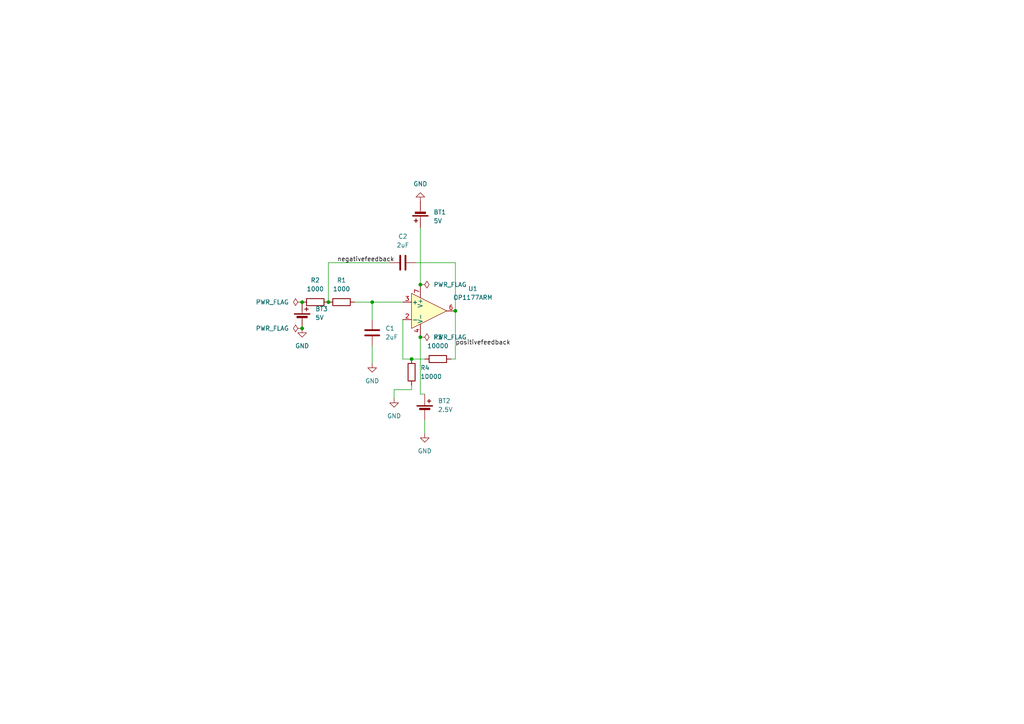
<source format=kicad_sch>
(kicad_sch (version 20250114) (generator "eeschema") (generator_version "9.0")
  (paper "A4")
  (lib_symbols
    (symbol "Amplifier_Operational:OP1177ARM" (pin_names (offset 0.127))
      (property "Reference" "U" (at 2.54 5.08 0))
      (property "Value" "OP1177ARM" (at 7.62 2.54 0))
      (symbol "OP1177ARM_0_1"
        (polyline (pts (xy -5.08 5.08) (xy -5.08 -5.08) (xy 5.08 0) (xy -5.08 5.08)) (fill (type background)))
      )
      (symbol "OP1177ARM_1_1"
        (pin input line (at -7.62 2.54 0) (length 2.54) (name "+") (number "3"))
        (pin input line (at -7.62 -2.54 0) (length 2.54) (name "-") (number "2"))
        (pin no_connect line (at -5.08 0 0) (length 3.81) (hide yes) (name "NC") (number "1"))
        (pin power_in line (at -2.54 7.62 270) (length 3.81) (name "V+") (number "7"))
        (pin power_in line (at -2.54 -7.62 90) (length 3.81) (name "V-") (number "4"))
        (pin no_connect line (at 0 2.54 270) (length 3.81) (hide yes) (name "NC") (number "8"))
        (pin no_connect line (at 0 -2.54 90) (length 3.81) (hide yes) (name "NC") (number "5"))
        (pin output line (at 7.62 0 180) (length 2.54) (name "~") (number "6"))
      )
    )
    (symbol "Device:Battery_Cell" (pin_numbers (hide yes)) (pin_names (offset 0) (hide yes))
      (property "Reference" "BT" (at 2.54 2.54 0))
      (property "Value" "Battery_Cell" (at 2.54 0 0))
      (symbol "Battery_Cell_0_1"
        (rectangle (start -2.286 1.778) (end 2.286 1.524) (fill (type outline)))
        (rectangle (start -1.524 1.016) (end 1.524 0.508) (fill (type outline)))
        (polyline (pts (xy 0 1.778) (xy 0 2.54)))
        (polyline (pts (xy 0 0.762) (xy 0 0)))
        (polyline (pts (xy 0.762 3.048) (xy 1.778 3.048)) (stroke (width 0.254)))
        (polyline (pts (xy 1.27 3.556) (xy 1.27 2.54)) (stroke (width 0.254)))
      )
      (symbol "Battery_Cell_1_1"
        (pin passive line (at 0 5.08 270) (length 2.54) (name "+") (number "1"))
        (pin passive line (at 0 -2.54 90) (length 2.54) (name "-") (number "2"))
      )
    )
    (symbol "Device:C" (pin_numbers (hide yes)) (pin_names (offset 0.254))
      (property "Reference" "C" (at 0.635 2.54 0))
      (property "Value" "C" (at 0.635 -2.54 0))
      (symbol "C_0_1"
        (polyline (pts (xy -2.032 0.762) (xy 2.032 0.762)) (stroke (width 0.508)))
        (polyline (pts (xy -2.032 -0.762) (xy 2.032 -0.762)) (stroke (width 0.508)))
      )
      (symbol "C_1_1"
        (pin passive line (at 0 3.81 270) (length 2.794) (name "~") (number "1"))
        (pin passive line (at 0 -3.81 90) (length 2.794) (name "~") (number "2"))
      )
    )
    (symbol "Device:R" (pin_numbers (hide yes)) (pin_names (offset 0))
      (property "Reference" "R" (at 2.032 0 90))
      (property "Value" "R" (at 0 0 90))
      (symbol "R_0_1"
        (rectangle (start -1.016 -2.54) (end 1.016 2.54) (stroke (width 0.254)))
      )
      (symbol "R_1_1"
        (pin passive line (at 0 3.81 270) (length 1.27) (name "~") (number "1"))
        (pin passive line (at 0 -3.81 90) (length 1.27) (name "~") (number "2"))
      )
    )
    (symbol "power:GND" (power) (pin_numbers (hide yes)) (pin_names (offset 0) (hide yes))
      (property "Value" "GND" (at 0 -3.81 0))
      (symbol "GND_0_1"
        (polyline (pts (xy 0 0) (xy 0 -1.27) (xy 1.27 -1.27) (xy 0 -2.54) (xy -1.27 -1.27) (xy 0 -1.27)))
      )
      (symbol "GND_1_1"
        (pin power_in line (at 0 0 270) (length 0) (name "~") (number "1"))
      )
    )
    (symbol "power:PWR_FLAG" (power) (pin_numbers (hide yes)) (pin_names (offset 0) (hide yes))
      (property "Value" "PWR_FLAG" (at 0 3.81 0))
      (symbol "PWR_FLAG_0_0"
        (pin power_out line (at 0 0 90) (length 0) (name "~") (number "1"))
      )
      (symbol "PWR_FLAG_0_1"
        (polyline (pts (xy 0 0) (xy 0 1.27) (xy -1.016 1.905) (xy 0 2.54) (xy 1.016 1.905) (xy 0 1.27)))
      )
    )
  )
  (junction (at 87.63 95.25))
  (junction (at 95.25 87.63))
  (junction (at 119.38 104.14))
  (junction (at 132.08 90.17))
  (junction (at 121.92 82.55))
  (junction (at 87.63 87.63))
  (junction (at 107.95 87.63))
  (junction (at 121.92 97.79))
  (wire (pts (xy 107.95 87.63) (xy 116.84 87.63)))
  (wire (pts (xy 121.92 66.04) (xy 121.92 82.55)))
  (wire (pts (xy 119.38 113.03) (xy 119.38 111.76)))
  (wire (pts (xy 107.95 105.41) (xy 107.95 100.33)))
  (wire (pts (xy 95.25 87.63) (xy 95.25 76.2)))
  (wire (pts (xy 95.25 76.2) (xy 113.03 76.2)))
  (wire (pts (xy 116.84 104.14) (xy 119.38 104.14)))
  (wire (pts (xy 114.3 113.03) (xy 119.38 113.03)))
  (wire (pts (xy 132.08 90.17) (xy 132.08 104.14)))
  (wire (pts (xy 121.92 114.3) (xy 123.19 114.3)))
  (wire (pts (xy 107.95 87.63) (xy 107.95 92.71)))
  (wire (pts (xy 114.3 115.57) (xy 114.3 113.03)))
  (wire (pts (xy 132.08 76.2) (xy 132.08 90.17)))
  (wire (pts (xy 120.65 76.2) (xy 132.08 76.2)))
  (wire (pts (xy 121.92 97.79) (xy 121.92 114.3)))
  (wire (pts (xy 132.08 104.14) (xy 130.81 104.14)))
  (wire (pts (xy 102.87 87.63) (xy 107.95 87.63)))
  (wire (pts (xy 116.84 92.71) (xy 116.84 104.14)))
  (wire (pts (xy 119.38 104.14) (xy 123.19 104.14)))
  (wire (pts (xy 123.19 121.92) (xy 123.19 125.73)))
  (label "positivefeedback" (at 132.08 100.33 0))
  (label "negativefeedback" (at 97.79 76.2 0))
  (symbol (lib_id "Device:R") (at 91.44 87.63 90) (unit 1)
    (property "Reference" "R2" (at 91.44 81.28 90))
    (property "Value" "1000" (at 91.44 83.82 90))
    (property "Footprint" "Resistor_SMD:R_0201_0603Metric" (effects (hide yes)))
    (property "Description" "Resistor" (effects (hide yes)))
  )
  (symbol (lib_id "power:GND") (at 87.63 95.25 0) (unit 1)
    (property "Reference" "#PWR05" (effects (hide yes)))
    (property "Value" "GND" (at 87.63 100.33 0))
    (property "Description" "Power symbol creates a global label with name \"GND\" , ground" (effects (hide yes)))
  )
  (symbol (lib_id "Device:R") (at 99.06 87.63 90) (unit 1)
    (property "Reference" "R1" (at 99.06 81.28 90))
    (property "Value" "1000" (at 99.06 83.82 90))
    (property "Footprint" "Resistor_SMD:R_0201_0603Metric" (effects (hide yes)))
    (property "Description" "Resistor" (effects (hide yes)))
  )
  (symbol (lib_id "power:PWR_FLAG") (at 121.92 97.79 270) (unit 1)
    (property "Reference" "#FLG03" (effects (hide yes)))
    (property "Value" "PWR_FLAG" (at 125.73 97.7899 90) (effects (justify left)))
    (property "Description" "Special symbol for telling ERC where power comes from" (effects (hide yes)))
  )
  (symbol (lib_id "Device:R") (at 127 104.14 90) (unit 1)
    (property "Reference" "R3" (at 127 97.79 90))
    (property "Value" "10000" (at 127 100.33 90))
    (property "Footprint" "Resistor_SMD:R_1020_2550Metric" (effects (hide yes)))
    (property "Description" "Resistor" (effects (hide yes)))
  )
  (symbol (lib_id "Device:R") (at 119.38 107.95 0) (unit 1)
    (property "Reference" "R4" (at 121.92 106.6799 0) (effects (justify left)))
    (property "Value" "10000" (at 121.92 109.2199 0) (effects (justify left)))
    (property "Footprint" "Resistor_SMD:R_1020_2550Metric" (effects (hide yes)))
    (property "Description" "Resistor" (effects (hide yes)))
  )
  (symbol (lib_id "power:GND") (at 107.95 105.41 0) (unit 1)
    (property "Reference" "#PWR01" (effects (hide yes)))
    (property "Value" "GND" (at 107.95 110.49 0))
    (property "Description" "Power symbol creates a global label with name \"GND\" , ground" (effects (hide yes)))
  )
  (symbol (lib_id "Device:C") (at 107.95 96.52 0) (unit 1)
    (property "Reference" "C1" (at 111.76 95.2499 0) (effects (justify left)))
    (property "Value" "2uF" (at 111.76 97.7899 0) (effects (justify left)))
    (property "Footprint" "Capacitor_SMD:C_0201_0603Metric" (effects (hide yes)))
    (property "Description" "Unpolarized capacitor" (effects (hide yes)))
  )
  (symbol (lib_id "power:PWR_FLAG") (at 87.63 95.25 90) (unit 1)
    (property "Reference" "#FLG02" (effects (hide yes)))
    (property "Value" "PWR_FLAG" (at 83.82 95.2499 90) (effects (justify left)))
    (property "Description" "Special symbol for telling ERC where power comes from" (effects (hide yes)))
  )
  (symbol (lib_id "Device:Battery_Cell") (at 123.19 119.38 0) (unit 1)
    (property "Reference" "BT2" (at 127 116.2684 0) (effects (justify left)))
    (property "Value" "2.5V" (at 127 118.8084 0) (effects (justify left)))
    (property "Footprint" "Battery:BatteryHolder_Keystone_2466_1xAAA" (effects (hide yes)))
    (property "Description" "Single-cell battery" (effects (hide yes)))
  )
  (symbol (lib_id "power:GND") (at 114.3 115.57 0) (unit 1)
    (property "Reference" "#PWR02" (effects (hide yes)))
    (property "Value" "GND" (at 114.3 120.65 0))
    (property "Description" "Power symbol creates a global label with name \"GND\" , ground" (effects (hide yes)))
  )
  (symbol (lib_id "Device:Battery_Cell") (at 121.92 60.96 180) (unit 1)
    (property "Reference" "BT1" (at 125.73 61.5314 0) (effects (justify right)))
    (property "Value" "5V" (at 125.73 64.0714 0) (effects (justify right)))
    (property "Footprint" "Battery:BatteryHolder_Keystone_2460_1xAA" (effects (hide yes)))
    (property "Description" "Single-cell battery" (effects (hide yes)))
  )
  (symbol (lib_id "Amplifier_Operational:OP1177ARM") (at 124.46 90.17 0) (unit 1)
    (property "Reference" "U1" (at 137.16 83.7498 0))
    (property "Value" "OP1177ARM" (at 137.16 86.2898 0))
    (property "Footprint" "Package_SO:MSOP-8_3x3mm_P0.65mm" (effects (hide yes)))
    (property "Datasheet" "https://www.analog.com/media/en/technical-documentation/data-sheets/OP1177_2177_4177.pdf" (effects (hide yes)))
    (property "Description" "Precision Low Noise, Low Input Bias Current Operational Amplifier, MSOP-8" (effects (hide yes)))
  )
  (symbol (lib_id "power:PWR_FLAG") (at 121.92 82.55 270) (unit 1)
    (property "Reference" "#FLG04" (effects (hide yes)))
    (property "Value" "PWR_FLAG" (at 125.73 82.5499 90) (effects (justify left)))
    (property "Description" "Special symbol for telling ERC where power comes from" (effects (hide yes)))
  )
  (symbol (lib_id "Device:Battery_Cell") (at 87.63 92.71 0) (unit 1)
    (property "Reference" "BT3" (at 91.44 89.5984 0) (effects (justify left)))
    (property "Value" "5V" (at 91.44 92.1384 0) (effects (justify left)))
    (property "Footprint" "Battery:BatteryHolder_Keystone_2460_1xAA" (effects (hide yes)))
    (property "Description" "Single-cell battery" (effects (hide yes)))
  )
  (symbol (lib_id "Device:C") (at 116.84 76.2 90) (unit 1)
    (property "Reference" "C2" (at 116.84 68.58 90))
    (property "Value" "2uF" (at 116.84 71.12 90))
    (property "Footprint" "Capacitor_SMD:C_0201_0603Metric" (effects (hide yes)))
    (property "Description" "Unpolarized capacitor" (effects (hide yes)))
  )
  (symbol (lib_id "power:GND") (at 121.92 58.42 180) (unit 1)
    (property "Reference" "#PWR03" (effects (hide yes)))
    (property "Value" "GND" (at 121.92 53.34 0))
    (property "Description" "Power symbol creates a global label with name \"GND\" , ground" (effects (hide yes)))
  )
  (symbol (lib_id "power:GND") (at 123.19 125.73 0) (unit 1)
    (property "Reference" "#PWR04" (effects (hide yes)))
    (property "Value" "GND" (at 123.19 130.81 0))
    (property "Description" "Power symbol creates a global label with name \"GND\" , ground" (effects (hide yes)))
  )
  (symbol (lib_id "power:PWR_FLAG") (at 87.63 87.63 90) (unit 1)
    (property "Reference" "#FLG01" (effects (hide yes)))
    (property "Value" "PWR_FLAG" (at 83.82 87.6299 90) (effects (justify left)))
    (property "Description" "Special symbol for telling ERC where power comes from" (effects (hide yes)))
  )
)
</source>
